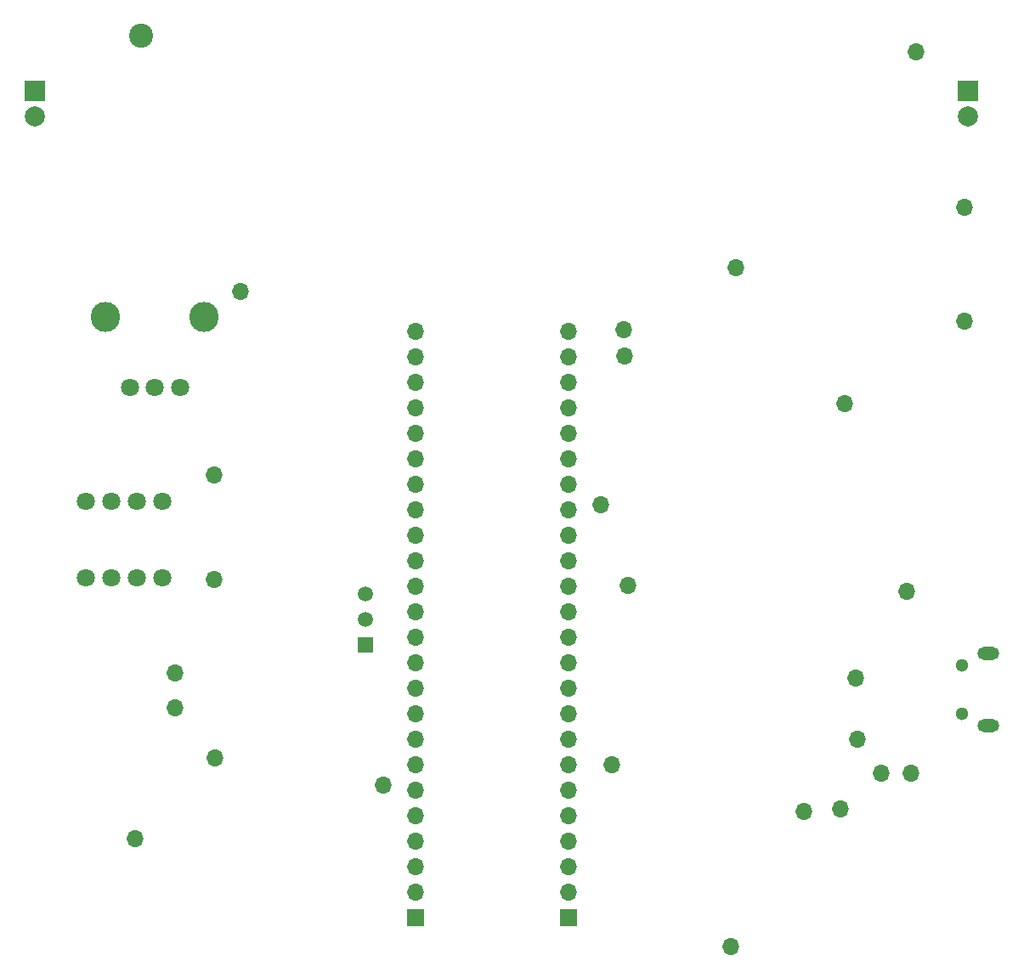
<source format=gbr>
%TF.GenerationSoftware,KiCad,Pcbnew,7.0.1-3b83917a11~172~ubuntu22.04.1*%
%TF.CreationDate,2023-03-21T11:42:11+02:00*%
%TF.ProjectId,EEE3088F_CKR,45454533-3038-4384-965f-434b522e6b69,rev?*%
%TF.SameCoordinates,Original*%
%TF.FileFunction,Soldermask,Bot*%
%TF.FilePolarity,Negative*%
%FSLAX46Y46*%
G04 Gerber Fmt 4.6, Leading zero omitted, Abs format (unit mm)*
G04 Created by KiCad (PCBNEW 7.0.1-3b83917a11~172~ubuntu22.04.1) date 2023-03-21 11:42:11*
%MOMM*%
%LPD*%
G01*
G04 APERTURE LIST*
%ADD10O,1.700000X1.700000*%
%ADD11C,1.800000*%
%ADD12R,1.500000X1.500000*%
%ADD13C,1.500000*%
%ADD14R,1.700000X1.700000*%
%ADD15R,2.000000X2.000000*%
%ADD16C,2.000000*%
%ADD17C,2.400000*%
%ADD18C,1.300000*%
%ADD19O,2.200000X1.300000*%
%ADD20O,2.900000X3.000000*%
G04 APERTURE END LIST*
D10*
%TO.C,TP21*%
X148150000Y-72950000D03*
%TD*%
%TO.C,TP17*%
X169650000Y-118050000D03*
%TD*%
%TO.C,TP3*%
X170050000Y-77700000D03*
%TD*%
%TO.C,TP22*%
X124100000Y-115700000D03*
%TD*%
%TO.C,TP4*%
X177150000Y-42600000D03*
%TD*%
D11*
%TO.C,U7*%
X94500000Y-95010008D03*
X97040005Y-95010008D03*
X99580011Y-95010008D03*
X102120016Y-95010008D03*
X102120016Y-87389992D03*
X99580011Y-87389992D03*
X97040005Y-87389992D03*
X94500000Y-87389992D03*
%TD*%
D10*
%TO.C,TP11*%
X103350000Y-108000000D03*
%TD*%
%TO.C,TP5*%
X159200000Y-64100000D03*
%TD*%
D12*
%TO.C,J4*%
X122350000Y-101740005D03*
D13*
X122350000Y-99200000D03*
X122350000Y-96659995D03*
%TD*%
D10*
%TO.C,TP27*%
X176650000Y-114500000D03*
%TD*%
%TO.C,TP23*%
X171150000Y-105000000D03*
%TD*%
D14*
%TO.C,J3*%
X142590000Y-128930000D03*
D10*
X142590000Y-126390000D03*
X142590000Y-123850000D03*
X142590000Y-121310000D03*
X142590000Y-118770000D03*
X142590000Y-116230000D03*
X142590000Y-113690000D03*
X142590000Y-111150000D03*
X142590000Y-108610000D03*
X142590000Y-106070000D03*
X142590000Y-103530000D03*
X142590000Y-100990000D03*
X142590000Y-98450000D03*
X142590000Y-95910000D03*
X142590000Y-93370000D03*
X142590000Y-90830000D03*
X142590000Y-88290000D03*
X142590000Y-85750000D03*
X142590000Y-83210000D03*
X142590000Y-80670000D03*
X142590000Y-78130000D03*
X142590000Y-75590000D03*
X142590000Y-73050000D03*
X142590000Y-70510000D03*
X127350000Y-70510000D03*
X127350000Y-73050000D03*
X127350000Y-75590000D03*
X127350000Y-78130000D03*
X127350000Y-80670000D03*
X127350000Y-83210000D03*
X127350000Y-85750000D03*
X127350000Y-88290000D03*
X127350000Y-90830000D03*
X127350000Y-93370000D03*
X127350000Y-95910000D03*
X127350000Y-98450000D03*
X127350000Y-100990000D03*
X127350000Y-103530000D03*
X127350000Y-106070000D03*
X127350000Y-108610000D03*
X127350000Y-111150000D03*
X127350000Y-113690000D03*
X127350000Y-116230000D03*
X127350000Y-118770000D03*
X127350000Y-121310000D03*
X127350000Y-123850000D03*
X127350000Y-126390000D03*
D14*
X127350000Y-128930000D03*
%TD*%
D10*
%TO.C,TP18*%
X148050000Y-70300000D03*
%TD*%
D15*
%TO.C,J2*%
X89350000Y-46500000D03*
D16*
X89350000Y-49040006D03*
%TD*%
D10*
%TO.C,TP2*%
X182000000Y-58100000D03*
%TD*%
%TO.C,TP16*%
X166000000Y-118350000D03*
%TD*%
%TO.C,TP10*%
X107350000Y-113000000D03*
%TD*%
D15*
%TO.C,J1*%
X182350000Y-46500000D03*
D16*
X182350000Y-49040006D03*
%TD*%
D10*
%TO.C,TP26*%
X107218000Y-95212000D03*
%TD*%
%TO.C,TP1*%
X182000000Y-69500000D03*
%TD*%
%TO.C,TP15*%
X158750000Y-131750000D03*
%TD*%
%TO.C,TP28*%
X173700000Y-114550000D03*
%TD*%
%TO.C,TP19*%
X148450000Y-95800000D03*
%TD*%
%TO.C,TP7*%
X109850000Y-66500000D03*
%TD*%
%TO.C,TP8*%
X99350000Y-121000000D03*
%TD*%
D17*
%TO.C,u6*%
X100010020Y-41000000D03*
%TD*%
D10*
%TO.C,TP6*%
X176300000Y-96400000D03*
%TD*%
%TO.C,TP24*%
X171350000Y-111100000D03*
%TD*%
%TO.C,TP9*%
X103350000Y-104500000D03*
%TD*%
D18*
%TO.C,U8*%
X181758446Y-103725057D03*
D19*
X184428499Y-102550051D03*
X184428499Y-109749949D03*
D18*
X181758446Y-108574943D03*
%TD*%
D10*
%TO.C,TP25*%
X107218000Y-84798000D03*
%TD*%
%TO.C,TP20*%
X145800000Y-87800000D03*
%TD*%
%TO.C,TP14*%
X146850000Y-113650000D03*
%TD*%
D11*
%TO.C,RV1*%
X98849873Y-76072009D03*
X101350000Y-76072009D03*
X103849873Y-76072009D03*
D20*
X96450076Y-69072009D03*
X106249924Y-69072009D03*
%TD*%
M02*

</source>
